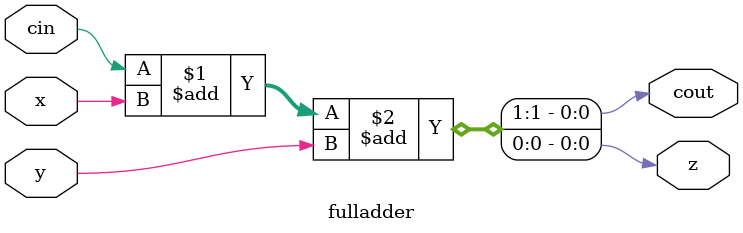
<source format=v>
module fulladder(
    input wire x,
    input wire y,
    input wire cin,
    output wire z,
    output wire cout
);
assign {cout,z}= cin+x+y ;

endmodule
</source>
